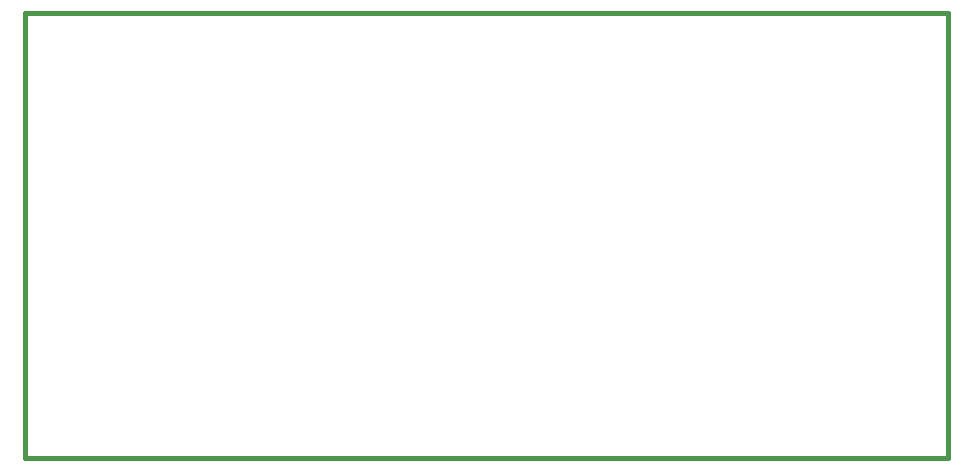
<source format=gbr>
G04 (created by PCBNEW-RS274X (2012-01-19 BZR 3256)-stable) date 5/26/2013 3:34:06 PM*
G01*
G70*
G90*
%MOIN*%
G04 Gerber Fmt 3.4, Leading zero omitted, Abs format*
%FSLAX34Y34*%
G04 APERTURE LIST*
%ADD10C,0.006000*%
%ADD11C,0.015000*%
G04 APERTURE END LIST*
G54D10*
G54D11*
X40750Y-24820D02*
X40750Y-10000D01*
X10000Y-24820D02*
X40750Y-24820D01*
X10000Y-24820D02*
X10000Y-10000D01*
X40700Y-10000D02*
X40750Y-10000D01*
X10000Y-10000D02*
X40700Y-10000D01*
M02*

</source>
